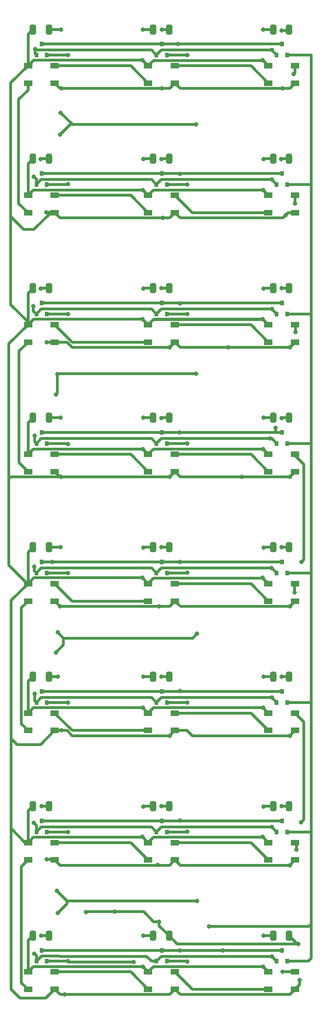
<source format=gbr>
%TF.GenerationSoftware,KiCad,Pcbnew,(6.0.7-1)-1*%
%TF.CreationDate,2022-12-02T15:43:41+01:00*%
%TF.ProjectId,8x3,3878332e-6b69-4636-9164-5f7063625858,rev?*%
%TF.SameCoordinates,Original*%
%TF.FileFunction,Copper,L1,Top*%
%TF.FilePolarity,Positive*%
%FSLAX46Y46*%
G04 Gerber Fmt 4.6, Leading zero omitted, Abs format (unit mm)*
G04 Created by KiCad (PCBNEW (6.0.7-1)-1) date 2022-12-02 15:43:41*
%MOMM*%
%LPD*%
G01*
G04 APERTURE LIST*
G04 Aperture macros list*
%AMRoundRect*
0 Rectangle with rounded corners*
0 $1 Rounding radius*
0 $2 $3 $4 $5 $6 $7 $8 $9 X,Y pos of 4 corners*
0 Add a 4 corners polygon primitive as box body*
4,1,4,$2,$3,$4,$5,$6,$7,$8,$9,$2,$3,0*
0 Add four circle primitives for the rounded corners*
1,1,$1+$1,$2,$3*
1,1,$1+$1,$4,$5*
1,1,$1+$1,$6,$7*
1,1,$1+$1,$8,$9*
0 Add four rect primitives between the rounded corners*
20,1,$1+$1,$2,$3,$4,$5,0*
20,1,$1+$1,$4,$5,$6,$7,0*
20,1,$1+$1,$6,$7,$8,$9,0*
20,1,$1+$1,$8,$9,$2,$3,0*%
G04 Aperture macros list end*
%TA.AperFunction,SMDPad,CuDef*%
%ADD10R,1.500000X1.000000*%
%TD*%
%TA.AperFunction,SMDPad,CuDef*%
%ADD11R,0.800000X0.900000*%
%TD*%
%TA.AperFunction,SMDPad,CuDef*%
%ADD12RoundRect,0.250000X0.325000X0.650000X-0.325000X0.650000X-0.325000X-0.650000X0.325000X-0.650000X0*%
%TD*%
%TA.AperFunction,SMDPad,CuDef*%
%ADD13RoundRect,0.250000X-0.325000X-0.650000X0.325000X-0.650000X0.325000X0.650000X-0.325000X0.650000X0*%
%TD*%
%TA.AperFunction,ViaPad*%
%ADD14C,0.800000*%
%TD*%
%TA.AperFunction,Conductor*%
%ADD15C,0.500000*%
%TD*%
G04 APERTURE END LIST*
D10*
%TO.P,D1,1,VSS*%
%TO.N,GND*%
X25526201Y-44296401D03*
%TO.P,D1,2,DIN*%
%TO.N,Net-(D1-Pad2)*%
X25526201Y-47496401D03*
%TO.P,D1,3,VDD*%
%TO.N,P*%
X30426201Y-47496401D03*
%TO.P,D1,4,DOUT*%
%TO.N,Net-(D1-Pad4)*%
X30426201Y-44296401D03*
%TD*%
%TO.P,D2,1,VSS*%
%TO.N,GND*%
X47526201Y-44296401D03*
%TO.P,D2,2,DIN*%
%TO.N,Net-(D1-Pad4)*%
X47526201Y-47496401D03*
%TO.P,D2,3,VDD*%
%TO.N,P*%
X52426201Y-47496401D03*
%TO.P,D2,4,DOUT*%
%TO.N,Net-(D2-Pad4)*%
X52426201Y-44296401D03*
%TD*%
%TO.P,D3,1,VSS*%
%TO.N,GND*%
X69526201Y-44296401D03*
%TO.P,D3,2,DIN*%
%TO.N,Net-(D2-Pad4)*%
X69526201Y-47496401D03*
%TO.P,D3,3,VDD*%
%TO.N,P*%
X74426201Y-47496401D03*
%TO.P,D3,4,DOUT*%
%TO.N,LedOut*%
X74426201Y-44296401D03*
%TD*%
%TO.P,D4,1,VSS*%
%TO.N,GND*%
X30426201Y-71196401D03*
%TO.P,D4,2,DIN*%
%TO.N,Net-(D4-Pad2)*%
X30426201Y-67996401D03*
%TO.P,D4,3,VDD*%
%TO.N,P*%
X25526201Y-67996401D03*
%TO.P,D4,4,DOUT*%
%TO.N,Net-(D1-Pad2)*%
X25526201Y-71196401D03*
%TD*%
%TO.P,D5,1,VSS*%
%TO.N,GND*%
X52426201Y-71196401D03*
%TO.P,D5,2,DIN*%
%TO.N,Net-(D5-Pad2)*%
X52426201Y-67996401D03*
%TO.P,D5,3,VDD*%
%TO.N,P*%
X47526201Y-67996401D03*
%TO.P,D5,4,DOUT*%
%TO.N,Net-(D4-Pad2)*%
X47526201Y-71196401D03*
%TD*%
%TO.P,D6,1,VSS*%
%TO.N,GND*%
X74426201Y-71196401D03*
%TO.P,D6,2,DIN*%
%TO.N,Net-(D6-Pad2)*%
X74426201Y-67996401D03*
%TO.P,D6,3,VDD*%
%TO.N,P*%
X69526201Y-67996401D03*
%TO.P,D6,4,DOUT*%
%TO.N,Net-(D5-Pad2)*%
X69526201Y-71196401D03*
%TD*%
%TO.P,D7,1,VSS*%
%TO.N,GND*%
X25526201Y-91696401D03*
%TO.P,D7,2,DIN*%
%TO.N,Net-(D10-Pad4)*%
X25526201Y-94896401D03*
%TO.P,D7,3,VDD*%
%TO.N,P*%
X30426201Y-94896401D03*
%TO.P,D7,4,DOUT*%
%TO.N,Net-(D7-Pad4)*%
X30426201Y-91696401D03*
%TD*%
%TO.P,D8,1,VSS*%
%TO.N,GND*%
X47526201Y-91696401D03*
%TO.P,D8,2,DIN*%
%TO.N,Net-(D7-Pad4)*%
X47526201Y-94896401D03*
%TO.P,D8,3,VDD*%
%TO.N,P*%
X52426201Y-94896401D03*
%TO.P,D8,4,DOUT*%
%TO.N,Net-(D8-Pad4)*%
X52426201Y-91696401D03*
%TD*%
%TO.P,D9,1,VSS*%
%TO.N,GND*%
X69526201Y-91696401D03*
%TO.P,D9,2,DIN*%
%TO.N,Net-(D8-Pad4)*%
X69526201Y-94896401D03*
%TO.P,D9,3,VDD*%
%TO.N,P*%
X74426201Y-94896401D03*
%TO.P,D9,4,DOUT*%
%TO.N,Net-(D6-Pad2)*%
X74426201Y-91696401D03*
%TD*%
%TO.P,D10,1,VSS*%
%TO.N,GND*%
X30426201Y-118596401D03*
%TO.P,D10,2,DIN*%
%TO.N,Net-(D10-Pad2)*%
X30426201Y-115396401D03*
%TO.P,D10,3,VDD*%
%TO.N,P*%
X25526201Y-115396401D03*
%TO.P,D10,4,DOUT*%
%TO.N,Net-(D10-Pad4)*%
X25526201Y-118596401D03*
%TD*%
%TO.P,D11,1,VSS*%
%TO.N,GND*%
X52426201Y-118596401D03*
%TO.P,D11,2,DIN*%
%TO.N,Net-(D11-Pad2)*%
X52426201Y-115396401D03*
%TO.P,D11,3,VDD*%
%TO.N,P*%
X47526201Y-115396401D03*
%TO.P,D11,4,DOUT*%
%TO.N,Net-(D10-Pad2)*%
X47526201Y-118596401D03*
%TD*%
%TO.P,D12,1,VSS*%
%TO.N,GND*%
X74426201Y-118596401D03*
%TO.P,D12,2,DIN*%
%TO.N,Net-(D12-Pad2)*%
X74426201Y-115396401D03*
%TO.P,D12,3,VDD*%
%TO.N,P*%
X69526201Y-115396401D03*
%TO.P,D12,4,DOUT*%
%TO.N,Net-(D11-Pad2)*%
X69526201Y-118596401D03*
%TD*%
%TO.P,D13,1,VSS*%
%TO.N,GND*%
X25526201Y-139096401D03*
%TO.P,D13,2,DIN*%
%TO.N,Net-(D13-Pad2)*%
X25526201Y-142296401D03*
%TO.P,D13,3,VDD*%
%TO.N,P*%
X30426201Y-142296401D03*
%TO.P,D13,4,DOUT*%
%TO.N,Net-(D13-Pad4)*%
X30426201Y-139096401D03*
%TD*%
%TO.P,D14,1,VSS*%
%TO.N,GND*%
X47526201Y-139096401D03*
%TO.P,D14,2,DIN*%
%TO.N,Net-(D13-Pad4)*%
X47526201Y-142296401D03*
%TO.P,D14,3,VDD*%
%TO.N,P*%
X52426201Y-142296401D03*
%TO.P,D14,4,DOUT*%
%TO.N,Net-(D14-Pad4)*%
X52426201Y-139096401D03*
%TD*%
%TO.P,D15,1,VSS*%
%TO.N,GND*%
X69526201Y-139096401D03*
%TO.P,D15,2,DIN*%
%TO.N,Net-(D14-Pad4)*%
X69526201Y-142296401D03*
%TO.P,D15,3,VDD*%
%TO.N,P*%
X74426201Y-142296401D03*
%TO.P,D15,4,DOUT*%
%TO.N,Net-(D12-Pad2)*%
X74426201Y-139096401D03*
%TD*%
%TO.P,D16,1,VSS*%
%TO.N,GND*%
X30426201Y-165996401D03*
%TO.P,D16,2,DIN*%
%TO.N,Net-(D16-Pad2)*%
X30426201Y-162796401D03*
%TO.P,D16,3,VDD*%
%TO.N,P*%
X25526201Y-162796401D03*
%TO.P,D16,4,DOUT*%
%TO.N,Net-(D13-Pad2)*%
X25526201Y-165996401D03*
%TD*%
%TO.P,D17,1,VSS*%
%TO.N,GND*%
X52426201Y-165996401D03*
%TO.P,D17,2,DIN*%
%TO.N,Net-(D17-Pad2)*%
X52426201Y-162796401D03*
%TO.P,D17,3,VDD*%
%TO.N,P*%
X47526201Y-162796401D03*
%TO.P,D17,4,DOUT*%
%TO.N,Net-(D16-Pad2)*%
X47526201Y-165996401D03*
%TD*%
%TO.P,D18,1,VSS*%
%TO.N,GND*%
X74426201Y-165996401D03*
%TO.P,D18,2,DIN*%
%TO.N,Net-(D18-Pad2)*%
X74426201Y-162796401D03*
%TO.P,D18,3,VDD*%
%TO.N,P*%
X69526201Y-162796401D03*
%TO.P,D18,4,DOUT*%
%TO.N,Net-(D17-Pad2)*%
X69526201Y-165996401D03*
%TD*%
%TO.P,D19,1,VSS*%
%TO.N,GND*%
X25526201Y-186496401D03*
%TO.P,D19,2,DIN*%
%TO.N,Net-(D19-Pad2)*%
X25526201Y-189696401D03*
%TO.P,D19,3,VDD*%
%TO.N,P*%
X30426201Y-189696401D03*
%TO.P,D19,4,DOUT*%
%TO.N,Net-(D19-Pad4)*%
X30426201Y-186496401D03*
%TD*%
%TO.P,D20,1,VSS*%
%TO.N,GND*%
X47526201Y-186496401D03*
%TO.P,D20,2,DIN*%
%TO.N,Net-(D19-Pad4)*%
X47526201Y-189696401D03*
%TO.P,D20,3,VDD*%
%TO.N,P*%
X52426201Y-189696401D03*
%TO.P,D20,4,DOUT*%
%TO.N,Net-(D20-Pad4)*%
X52426201Y-186496401D03*
%TD*%
%TO.P,D21,1,VSS*%
%TO.N,GND*%
X69526201Y-186496401D03*
%TO.P,D21,2,DIN*%
%TO.N,Net-(D20-Pad4)*%
X69526201Y-189696401D03*
%TO.P,D21,3,VDD*%
%TO.N,P*%
X74426201Y-189696401D03*
%TO.P,D21,4,DOUT*%
%TO.N,Net-(D18-Pad2)*%
X74426201Y-186496401D03*
%TD*%
%TO.P,D22,1,VSS*%
%TO.N,GND*%
X30426201Y-213396401D03*
%TO.P,D22,2,DIN*%
%TO.N,Net-(D22-Pad2)*%
X30426201Y-210196401D03*
%TO.P,D22,3,VDD*%
%TO.N,P*%
X25526201Y-210196401D03*
%TO.P,D22,4,DOUT*%
%TO.N,Net-(D19-Pad2)*%
X25526201Y-213396401D03*
%TD*%
%TO.P,D23,1,VSS*%
%TO.N,GND*%
X52426201Y-213396401D03*
%TO.P,D23,2,DIN*%
%TO.N,Net-(D23-Pad2)*%
X52426201Y-210196401D03*
%TO.P,D23,3,VDD*%
%TO.N,P*%
X47526201Y-210196401D03*
%TO.P,D23,4,DOUT*%
%TO.N,Net-(D22-Pad2)*%
X47526201Y-213396401D03*
%TD*%
%TO.P,D24,1,VSS*%
%TO.N,GND*%
X74426201Y-213396401D03*
%TO.P,D24,2,DIN*%
%TO.N,LedIn*%
X74426201Y-210196401D03*
%TO.P,D24,3,VDD*%
%TO.N,P*%
X69526201Y-210196401D03*
%TO.P,D24,4,DOUT*%
%TO.N,Net-(D23-Pad2)*%
X69526201Y-213396401D03*
%TD*%
D11*
%TO.P,U1,1,VCC*%
%TO.N,PQ1*%
X27050000Y-42350000D03*
%TO.P,U1,2,OUT*%
%TO.N,HallOut1*%
X28950000Y-42350000D03*
%TO.P,U1,3,GND*%
%TO.N,AGND*%
X28000000Y-40350000D03*
%TD*%
%TO.P,U2,1,VCC*%
%TO.N,PQ1*%
X49050000Y-42350000D03*
%TO.P,U2,2,OUT*%
%TO.N,HallOut2*%
X50950000Y-42350000D03*
%TO.P,U2,3,GND*%
%TO.N,AGND*%
X50000000Y-40350000D03*
%TD*%
%TO.P,U3,1,VCC*%
%TO.N,PQ1*%
X71050000Y-42350000D03*
%TO.P,U3,2,OUT*%
%TO.N,HallOut3*%
X72950000Y-42350000D03*
%TO.P,U3,3,GND*%
%TO.N,AGND*%
X72000000Y-40350000D03*
%TD*%
%TO.P,U4,1,VCC*%
%TO.N,PQ2*%
X27050000Y-66050000D03*
%TO.P,U4,2,OUT*%
%TO.N,HallOut1*%
X28950000Y-66050000D03*
%TO.P,U4,3,GND*%
%TO.N,AGND*%
X28000000Y-64050000D03*
%TD*%
%TO.P,U5,1,VCC*%
%TO.N,PQ2*%
X49050000Y-66050000D03*
%TO.P,U5,2,OUT*%
%TO.N,HallOut2*%
X50950000Y-66050000D03*
%TO.P,U5,3,GND*%
%TO.N,AGND*%
X50000000Y-64050000D03*
%TD*%
%TO.P,U6,1,VCC*%
%TO.N,PQ2*%
X71050000Y-66050000D03*
%TO.P,U6,2,OUT*%
%TO.N,HallOut3*%
X72950000Y-66050000D03*
%TO.P,U6,3,GND*%
%TO.N,AGND*%
X72000000Y-64050000D03*
%TD*%
%TO.P,U7,1,VCC*%
%TO.N,PQ3*%
X27050000Y-89750000D03*
%TO.P,U7,2,OUT*%
%TO.N,HallOut1*%
X28950000Y-89750000D03*
%TO.P,U7,3,GND*%
%TO.N,AGND*%
X28000000Y-87750000D03*
%TD*%
%TO.P,U8,1,VCC*%
%TO.N,PQ3*%
X49050000Y-89750000D03*
%TO.P,U8,2,OUT*%
%TO.N,HallOut2*%
X50950000Y-89750000D03*
%TO.P,U8,3,GND*%
%TO.N,AGND*%
X50000000Y-87750000D03*
%TD*%
%TO.P,U9,1,VCC*%
%TO.N,PQ3*%
X71050000Y-89750000D03*
%TO.P,U9,2,OUT*%
%TO.N,HallOut3*%
X72950000Y-89750000D03*
%TO.P,U9,3,GND*%
%TO.N,AGND*%
X72000000Y-87750000D03*
%TD*%
%TO.P,U10,1,VCC*%
%TO.N,PQ4*%
X27050000Y-113450000D03*
%TO.P,U10,2,OUT*%
%TO.N,HallOut1*%
X28950000Y-113450000D03*
%TO.P,U10,3,GND*%
%TO.N,AGND*%
X28000000Y-111450000D03*
%TD*%
%TO.P,U11,1,VCC*%
%TO.N,PQ4*%
X49050000Y-113450000D03*
%TO.P,U11,2,OUT*%
%TO.N,HallOut2*%
X50950000Y-113450000D03*
%TO.P,U11,3,GND*%
%TO.N,AGND*%
X50000000Y-111450000D03*
%TD*%
%TO.P,U12,1,VCC*%
%TO.N,PQ4*%
X71050000Y-113450000D03*
%TO.P,U12,2,OUT*%
%TO.N,HallOut3*%
X72950000Y-113450000D03*
%TO.P,U12,3,GND*%
%TO.N,AGND*%
X72000000Y-111450000D03*
%TD*%
%TO.P,U13,1,VCC*%
%TO.N,PQ5*%
X27050000Y-137150000D03*
%TO.P,U13,2,OUT*%
%TO.N,HallOut1*%
X28950000Y-137150000D03*
%TO.P,U13,3,GND*%
%TO.N,AGND*%
X28000000Y-135150000D03*
%TD*%
%TO.P,U14,1,VCC*%
%TO.N,PQ5*%
X49050000Y-137150000D03*
%TO.P,U14,2,OUT*%
%TO.N,HallOut2*%
X50950000Y-137150000D03*
%TO.P,U14,3,GND*%
%TO.N,AGND*%
X50000000Y-135150000D03*
%TD*%
%TO.P,U15,1,VCC*%
%TO.N,PQ5*%
X71050000Y-137150000D03*
%TO.P,U15,2,OUT*%
%TO.N,HallOut3*%
X72950000Y-137150000D03*
%TO.P,U15,3,GND*%
%TO.N,AGND*%
X72000000Y-135150000D03*
%TD*%
%TO.P,U16,1,VCC*%
%TO.N,PQ6*%
X27050000Y-160850000D03*
%TO.P,U16,2,OUT*%
%TO.N,HallOut1*%
X28950000Y-160850000D03*
%TO.P,U16,3,GND*%
%TO.N,AGND*%
X28000000Y-158850000D03*
%TD*%
%TO.P,U17,1,VCC*%
%TO.N,PQ6*%
X49050000Y-160850000D03*
%TO.P,U17,2,OUT*%
%TO.N,HallOut2*%
X50950000Y-160850000D03*
%TO.P,U17,3,GND*%
%TO.N,AGND*%
X50000000Y-158850000D03*
%TD*%
%TO.P,U18,1,VCC*%
%TO.N,PQ6*%
X71050000Y-160850000D03*
%TO.P,U18,2,OUT*%
%TO.N,HallOut3*%
X72950000Y-160850000D03*
%TO.P,U18,3,GND*%
%TO.N,AGND*%
X72000000Y-158850000D03*
%TD*%
%TO.P,U19,1,VCC*%
%TO.N,PQ7*%
X27050000Y-184550000D03*
%TO.P,U19,2,OUT*%
%TO.N,HallOut1*%
X28950000Y-184550000D03*
%TO.P,U19,3,GND*%
%TO.N,AGND*%
X28000000Y-182550000D03*
%TD*%
%TO.P,U20,1,VCC*%
%TO.N,PQ7*%
X49050000Y-184550000D03*
%TO.P,U20,2,OUT*%
%TO.N,HallOut2*%
X50950000Y-184550000D03*
%TO.P,U20,3,GND*%
%TO.N,AGND*%
X50000000Y-182550000D03*
%TD*%
%TO.P,U21,1,VCC*%
%TO.N,PQ7*%
X71050000Y-184550000D03*
%TO.P,U21,2,OUT*%
%TO.N,HallOut3*%
X72950000Y-184550000D03*
%TO.P,U21,3,GND*%
%TO.N,AGND*%
X72000000Y-182550000D03*
%TD*%
%TO.P,U22,1,VCC*%
%TO.N,PQ8*%
X27050000Y-208250000D03*
%TO.P,U22,2,OUT*%
%TO.N,HallOut1*%
X28950000Y-208250000D03*
%TO.P,U22,3,GND*%
%TO.N,AGND*%
X28000000Y-206250000D03*
%TD*%
%TO.P,U23,1,VCC*%
%TO.N,PQ8*%
X49050000Y-208250000D03*
%TO.P,U23,2,OUT*%
%TO.N,HallOut2*%
X50950000Y-208250000D03*
%TO.P,U23,3,GND*%
%TO.N,AGND*%
X50000000Y-206250000D03*
%TD*%
%TO.P,U24,1,VCC*%
%TO.N,PQ8*%
X71050000Y-208250000D03*
%TO.P,U24,2,OUT*%
%TO.N,HallOut3*%
X72950000Y-208250000D03*
%TO.P,U24,3,GND*%
%TO.N,AGND*%
X72000000Y-206250000D03*
%TD*%
D12*
%TO.P,C1,1*%
%TO.N,P*%
X29351800Y-37650000D03*
%TO.P,C1,2*%
%TO.N,GND*%
X26401800Y-37650000D03*
%TD*%
%TO.P,C14,1*%
%TO.N,P*%
X51351800Y-132450000D03*
%TO.P,C14,2*%
%TO.N,GND*%
X48401800Y-132450000D03*
%TD*%
%TO.P,C8,1*%
%TO.N,P*%
X51351800Y-85050000D03*
%TO.P,C8,2*%
%TO.N,GND*%
X48401800Y-85050000D03*
%TD*%
%TO.P,C9,1*%
%TO.N,P*%
X73351800Y-85050000D03*
%TO.P,C9,2*%
%TO.N,GND*%
X70401800Y-85050000D03*
%TD*%
%TO.P,C19,1*%
%TO.N,P*%
X29351800Y-179850000D03*
%TO.P,C19,2*%
%TO.N,GND*%
X26401800Y-179850000D03*
%TD*%
%TO.P,C7,1*%
%TO.N,P*%
X29351800Y-85050000D03*
%TO.P,C7,2*%
%TO.N,GND*%
X26401800Y-85050000D03*
%TD*%
D13*
%TO.P,C4,1*%
%TO.N,P*%
X26401800Y-61350000D03*
%TO.P,C4,2*%
%TO.N,GND*%
X29351800Y-61350000D03*
%TD*%
%TO.P,C23,1*%
%TO.N,P*%
X48401800Y-203550000D03*
%TO.P,C23,2*%
%TO.N,GND*%
X51351800Y-203550000D03*
%TD*%
D12*
%TO.P,C13,1*%
%TO.N,P*%
X29351800Y-132450000D03*
%TO.P,C13,2*%
%TO.N,GND*%
X26401800Y-132450000D03*
%TD*%
D13*
%TO.P,C22,1*%
%TO.N,P*%
X26401800Y-203550000D03*
%TO.P,C22,2*%
%TO.N,GND*%
X29351800Y-203550000D03*
%TD*%
%TO.P,C12,1*%
%TO.N,P*%
X70401800Y-108750000D03*
%TO.P,C12,2*%
%TO.N,GND*%
X73351800Y-108750000D03*
%TD*%
%TO.P,C11,1*%
%TO.N,P*%
X48401800Y-108750000D03*
%TO.P,C11,2*%
%TO.N,GND*%
X51351800Y-108750000D03*
%TD*%
%TO.P,C17,1*%
%TO.N,P*%
X48401800Y-156150000D03*
%TO.P,C17,2*%
%TO.N,GND*%
X51351800Y-156150000D03*
%TD*%
D12*
%TO.P,C15,1*%
%TO.N,P*%
X73351800Y-132450000D03*
%TO.P,C15,2*%
%TO.N,GND*%
X70401800Y-132450000D03*
%TD*%
D13*
%TO.P,C10,1*%
%TO.N,P*%
X26401800Y-108750000D03*
%TO.P,C10,2*%
%TO.N,GND*%
X29351800Y-108750000D03*
%TD*%
%TO.P,C5,1*%
%TO.N,P*%
X48401800Y-61350000D03*
%TO.P,C5,2*%
%TO.N,GND*%
X51351800Y-61350000D03*
%TD*%
%TO.P,C24,1*%
%TO.N,P*%
X70401800Y-203550000D03*
%TO.P,C24,2*%
%TO.N,GND*%
X73351800Y-203550000D03*
%TD*%
D12*
%TO.P,C3,1*%
%TO.N,P*%
X73351800Y-37650000D03*
%TO.P,C3,2*%
%TO.N,GND*%
X70401800Y-37650000D03*
%TD*%
D13*
%TO.P,C6,1*%
%TO.N,P*%
X70401800Y-61350000D03*
%TO.P,C6,2*%
%TO.N,GND*%
X73351800Y-61350000D03*
%TD*%
D12*
%TO.P,C2,1*%
%TO.N,P*%
X51351800Y-37650000D03*
%TO.P,C2,2*%
%TO.N,GND*%
X48401800Y-37650000D03*
%TD*%
D13*
%TO.P,C18,1*%
%TO.N,P*%
X70401800Y-156150000D03*
%TO.P,C18,2*%
%TO.N,GND*%
X73351800Y-156150000D03*
%TD*%
D12*
%TO.P,C21,1*%
%TO.N,P*%
X73351800Y-179850000D03*
%TO.P,C21,2*%
%TO.N,GND*%
X70401800Y-179850000D03*
%TD*%
D13*
%TO.P,C16,1*%
%TO.N,P*%
X26401800Y-156150000D03*
%TO.P,C16,2*%
%TO.N,GND*%
X29351800Y-156150000D03*
%TD*%
D12*
%TO.P,C20,1*%
%TO.N,P*%
X51351800Y-179850000D03*
%TO.P,C20,2*%
%TO.N,GND*%
X48401800Y-179850000D03*
%TD*%
D14*
%TO.N,P*%
X68576200Y-114446400D03*
X28950000Y-94890000D03*
X71920000Y-132450000D03*
X50030000Y-48420000D03*
X49920000Y-85050000D03*
X62243598Y-95846402D03*
X31376201Y-143246401D03*
X72126402Y-48446402D03*
X73476200Y-95846402D03*
X68650000Y-61360000D03*
X31560000Y-37700000D03*
X46576200Y-114446400D03*
X31663598Y-48446402D03*
X46576200Y-161846400D03*
X68650000Y-203560000D03*
X46650000Y-203560000D03*
X49920000Y-179850000D03*
X49920000Y-132450000D03*
X71920000Y-85050000D03*
X31520000Y-132410000D03*
X68576200Y-209246400D03*
X50030000Y-37700000D03*
X27860000Y-85090000D03*
X49266250Y-190636250D03*
X73476200Y-190646402D03*
X46650000Y-108760000D03*
X46576200Y-67046400D03*
X28000000Y-179850000D03*
X46650000Y-156160000D03*
X73476200Y-143246402D03*
X46576200Y-209246400D03*
X68650000Y-156160000D03*
X28920000Y-189610000D03*
X71920000Y-179850000D03*
X46650000Y-61360000D03*
X51476200Y-95846402D03*
X68576200Y-161846400D03*
X68650000Y-108760000D03*
X68576200Y-67046400D03*
X71970000Y-37870000D03*
X49535000Y-143245000D03*
%TO.N,LedIn*%
X72160000Y-210180000D03*
%TO.N,P3.3*%
X31010000Y-199420000D03*
X56470000Y-197240000D03*
X31410000Y-56920000D03*
X30610000Y-151730000D03*
X56330000Y-55080000D03*
X56460000Y-148270000D03*
X30850000Y-100800000D03*
X30800000Y-195360000D03*
X31490000Y-52910000D03*
X56330000Y-100650000D03*
X30960000Y-148020000D03*
X30630000Y-104450000D03*
%TO.N,GND*%
X28870000Y-71130000D03*
X73476200Y-119546402D03*
X75010000Y-205040000D03*
X50213598Y-72146402D03*
X46540000Y-37700000D03*
X64696402Y-119546402D03*
X68640000Y-132510000D03*
X71900000Y-61420000D03*
X49540000Y-200990000D03*
X68479801Y-138050001D03*
X46479801Y-90650001D03*
X49930000Y-156170000D03*
X49930000Y-108770000D03*
X72731301Y-71641301D03*
X68479801Y-43250001D03*
X73476200Y-166946402D03*
X51476200Y-166946402D03*
X31500000Y-108720000D03*
X71930000Y-156170000D03*
X41420000Y-199170000D03*
X68479801Y-90650001D03*
X30970000Y-156130000D03*
X68640000Y-85110000D03*
X68540000Y-37700000D03*
X75270000Y-211660000D03*
X46479801Y-43250001D03*
X46640000Y-85110000D03*
X46640000Y-179910000D03*
X68479801Y-185450001D03*
X27860000Y-61390000D03*
X46479801Y-138050001D03*
X68640000Y-179910000D03*
X31613599Y-165996401D03*
X27890000Y-203540000D03*
X36110000Y-199250000D03*
X49920000Y-61370000D03*
X46640000Y-132510000D03*
X31593598Y-119546402D03*
X32256402Y-214346402D03*
X71930000Y-108770000D03*
X46479801Y-185450001D03*
X51476200Y-119546402D03*
%TO.N,Net-(D12-Pad2)*%
X74360000Y-140730000D03*
X75600000Y-135170000D03*
%TO.N,Net-(D6-Pad2)*%
X74440000Y-69500000D03*
X74470000Y-93040000D03*
%TO.N,Net-(D18-Pad2)*%
X75480000Y-182830000D03*
X74650000Y-187800000D03*
%TO.N,LedOut*%
X74170000Y-45790000D03*
%TO.N,PQ1*%
X70149999Y-41449999D03*
X26820000Y-41210000D03*
%TO.N,PQ2*%
X26590000Y-64590000D03*
X70149999Y-65149999D03*
%TO.N,PQ3*%
X70149999Y-88849999D03*
X26520000Y-88360000D03*
%TO.N,PQ4*%
X26710000Y-111990000D03*
X69870500Y-112549999D03*
%TO.N,PQ5*%
X26650000Y-135960000D03*
X70090001Y-136249999D03*
%TO.N,PQ6*%
X26740000Y-159310000D03*
X70149999Y-159949999D03*
%TO.N,PQ7*%
X70149999Y-183649999D03*
X26540000Y-182910000D03*
%TO.N,PQ8*%
X70149999Y-207349999D03*
X26670000Y-206820000D03*
%TO.N,HallOut1*%
X32842000Y-65997400D03*
X32842000Y-89771800D03*
X32842000Y-137142800D03*
X32842000Y-160891800D03*
X32842000Y-113546200D03*
X32842000Y-184615400D03*
X32842000Y-208186600D03*
X44870000Y-208370000D03*
X32842000Y-42350000D03*
%TO.N,HallOut2*%
X54686000Y-113470000D03*
X54686000Y-160866400D03*
X54686000Y-208262800D03*
X54686000Y-89771800D03*
X54686000Y-66048200D03*
X54686000Y-184539200D03*
X54686000Y-137117400D03*
X54686000Y-42350000D03*
%TO.N,HallOut3*%
X58650000Y-201870000D03*
%TO.N,AGND*%
X53260000Y-111450000D03*
X70850000Y-110580000D03*
X53000000Y-40350000D03*
X53310000Y-135160000D03*
X53310000Y-64070000D03*
X53310000Y-158760000D03*
X29990000Y-135150000D03*
X53310000Y-87780000D03*
X53350000Y-206250000D03*
X53310000Y-182460000D03*
X61180000Y-206250000D03*
%TD*%
D15*
%TO.N,P*%
X26476202Y-161846400D02*
X46576200Y-161846400D01*
X31376202Y-190646402D02*
X51476200Y-190646402D01*
X53376201Y-143246401D02*
X73476201Y-143246401D01*
X25526201Y-204425599D02*
X25526201Y-210196401D01*
X31376201Y-143246401D02*
X51476201Y-143246401D01*
X71970000Y-37870000D02*
X73131800Y-37870000D01*
X25526201Y-157025599D02*
X25526201Y-162796401D01*
X53376202Y-95846402D02*
X62243598Y-95846402D01*
X27900000Y-85050000D02*
X27860000Y-85090000D01*
X26476202Y-161846400D02*
X25526201Y-162796401D01*
X69526201Y-210196401D02*
X68576200Y-209246400D01*
X47526201Y-210196401D02*
X46576200Y-209246400D01*
X29351800Y-85050000D02*
X27900000Y-85050000D01*
X68576200Y-67046400D02*
X69526201Y-67996401D01*
X48476202Y-209246400D02*
X47526201Y-210196401D01*
X30426201Y-142296401D02*
X31376201Y-143246401D01*
X26401800Y-61350000D02*
X25526201Y-62225599D01*
X73476200Y-48446402D02*
X74426201Y-47496401D01*
X52426201Y-142296401D02*
X53126201Y-142996401D01*
X32636239Y-94896401D02*
X33586240Y-95846402D01*
X70401800Y-203550000D02*
X68660000Y-203550000D01*
X47526201Y-162796401D02*
X46576200Y-161846400D01*
X73476201Y-143246401D02*
X74426201Y-142296401D01*
X48401800Y-203550000D02*
X46660000Y-203550000D01*
X51351800Y-37650000D02*
X50080000Y-37650000D01*
X26476202Y-209246400D02*
X25526201Y-210196401D01*
X46576200Y-67046400D02*
X26476202Y-67046400D01*
X70401800Y-108750000D02*
X68660000Y-108750000D01*
X47526201Y-67996401D02*
X46576200Y-67046400D01*
X48401800Y-108750000D02*
X46660000Y-108750000D01*
X50080000Y-37650000D02*
X50030000Y-37700000D01*
X73351800Y-179850000D02*
X71920000Y-179850000D01*
X69526201Y-162796401D02*
X68576200Y-161846400D01*
X26476202Y-67046400D02*
X25526201Y-67996401D01*
X68576200Y-114446400D02*
X48476202Y-114446400D01*
X31510000Y-37650000D02*
X31560000Y-37700000D01*
X51476200Y-95846402D02*
X52426201Y-94896401D01*
X51351800Y-85050000D02*
X49920000Y-85050000D01*
X29351800Y-132450000D02*
X31480000Y-132450000D01*
X31480000Y-132450000D02*
X31520000Y-132410000D01*
X73351800Y-85050000D02*
X71920000Y-85050000D01*
X28920000Y-189610000D02*
X30339800Y-189610000D01*
X48401800Y-61350000D02*
X46660000Y-61350000D01*
X73476200Y-190646402D02*
X74426201Y-189696401D01*
X51476200Y-190646402D02*
X52426201Y-189696401D01*
X46660000Y-61350000D02*
X46650000Y-61360000D01*
X48401800Y-156150000D02*
X46660000Y-156150000D01*
X29351800Y-37650000D02*
X31510000Y-37650000D01*
X52426201Y-94896401D02*
X53376202Y-95846402D01*
X26401800Y-108750000D02*
X25526201Y-109625599D01*
X28950000Y-94890000D02*
X30419800Y-94890000D01*
X68576200Y-209246400D02*
X48476202Y-209246400D01*
X30426201Y-94896401D02*
X32636239Y-94896401D01*
X26401800Y-156150000D02*
X25526201Y-157025599D01*
X31376202Y-48446402D02*
X31663598Y-48446402D01*
X73351800Y-132450000D02*
X71920000Y-132450000D01*
X69526201Y-115396401D02*
X68576200Y-114446400D01*
X52426201Y-47496401D02*
X53376202Y-48446402D01*
X30426201Y-189696401D02*
X31376202Y-190646402D01*
X48476202Y-67046400D02*
X47526201Y-67996401D01*
X70401800Y-61350000D02*
X68660000Y-61350000D01*
X26401800Y-203550000D02*
X25526201Y-204425599D01*
X51476201Y-143246401D02*
X52426201Y-142296401D01*
X62243598Y-95846402D02*
X73476200Y-95846402D01*
X48476202Y-114446400D02*
X47526201Y-115396401D01*
X46660000Y-108750000D02*
X46650000Y-108760000D01*
X73476200Y-95846402D02*
X74426201Y-94896401D01*
X30426201Y-47496401D02*
X31376202Y-48446402D01*
X51351800Y-132450000D02*
X49920000Y-132450000D01*
X48476202Y-67046400D02*
X68576200Y-67046400D01*
X48476202Y-161846400D02*
X47526201Y-162796401D01*
X33586240Y-95846402D02*
X51476200Y-95846402D01*
X70401800Y-156150000D02*
X68660000Y-156150000D01*
X53376202Y-190646402D02*
X73476200Y-190646402D01*
X52426201Y-189696401D02*
X53376202Y-190646402D01*
X68576200Y-161846400D02*
X48476202Y-161846400D01*
X53376202Y-48446402D02*
X73476200Y-48446402D01*
X47526201Y-115396401D02*
X46576200Y-114446400D01*
X26476202Y-114446400D02*
X25526201Y-115396401D01*
X51351800Y-179850000D02*
X49920000Y-179850000D01*
X46576200Y-114446400D02*
X26476202Y-114446400D01*
X31663598Y-48446402D02*
X51476200Y-48446402D01*
X51476200Y-48446402D02*
X52426201Y-47496401D01*
X25526201Y-62225599D02*
X25526201Y-67996401D01*
X26476202Y-209246400D02*
X46576200Y-209246400D01*
X29351800Y-179850000D02*
X28000000Y-179850000D01*
X25526201Y-109625599D02*
X25526201Y-115396401D01*
%TO.N,LedIn*%
X72176401Y-210196401D02*
X72160000Y-210180000D01*
X74426201Y-210196401D02*
X72176401Y-210196401D01*
%TO.N,Net-(D1-Pad4)*%
X44326201Y-44296401D02*
X47526201Y-47496401D01*
X30426201Y-44296401D02*
X44326201Y-44296401D01*
%TO.N,Net-(D2-Pad4)*%
X66326201Y-44296401D02*
X69526201Y-47496401D01*
X52426201Y-44296401D02*
X66326201Y-44296401D01*
%TO.N,P3.3*%
X33250000Y-55080000D02*
X31410000Y-56920000D01*
X31000000Y-100650000D02*
X30850000Y-100800000D01*
X33860000Y-55080000D02*
X33250000Y-55080000D01*
X30610000Y-151730000D02*
X32010000Y-150330000D01*
X32010000Y-150330000D02*
X32010000Y-149070000D01*
X32680000Y-197750000D02*
X32680000Y-197240000D01*
X56460000Y-148270000D02*
X55660000Y-149070000D01*
X56330000Y-100650000D02*
X31000000Y-100650000D01*
X31010000Y-199420000D02*
X32680000Y-197750000D01*
X33660000Y-55080000D02*
X33860000Y-55080000D01*
X32010000Y-149070000D02*
X30960000Y-148020000D01*
X56470000Y-197240000D02*
X32680000Y-197240000D01*
X30850000Y-100800000D02*
X30850000Y-104230000D01*
X32680000Y-197240000D02*
X30800000Y-195360000D01*
X30850000Y-104230000D02*
X30630000Y-104450000D01*
X56330000Y-55080000D02*
X33860000Y-55080000D01*
X55660000Y-149070000D02*
X32010000Y-149070000D01*
X31490000Y-52910000D02*
X33660000Y-55080000D01*
%TO.N,Net-(D1-Pad2)*%
X23820000Y-50460000D02*
X25526201Y-48753799D01*
X25526201Y-71196401D02*
X23820000Y-69490200D01*
X23820000Y-69490200D02*
X23820000Y-50460000D01*
X25526201Y-48753799D02*
X25526201Y-47496401D01*
%TO.N,Net-(D4-Pad2)*%
X44326201Y-67996401D02*
X47526201Y-71196401D01*
X30426201Y-67996401D02*
X44326201Y-67996401D01*
%TO.N,Net-(D5-Pad2)*%
X69526201Y-71196401D02*
X55626201Y-71196401D01*
X55626201Y-71196401D02*
X52426201Y-67996401D01*
%TO.N,Net-(D7-Pad4)*%
X47526201Y-94896401D02*
X33626201Y-94896401D01*
X33626201Y-94896401D02*
X30426201Y-91696401D01*
%TO.N,GND*%
X48572601Y-90650001D02*
X68479801Y-90650001D01*
X33586240Y-166946402D02*
X51476200Y-166946402D01*
X26476202Y-185546400D02*
X46576200Y-185546400D01*
X70401800Y-132450000D02*
X68700000Y-132450000D01*
X25526201Y-85925599D02*
X25526201Y-91696401D01*
X29351800Y-203550000D02*
X27900000Y-203550000D01*
X22450000Y-167500000D02*
X23530000Y-168580000D01*
X22393598Y-119546402D02*
X22040000Y-119900000D01*
X68498801Y-138069001D02*
X69526201Y-139096401D01*
X24070000Y-215010000D02*
X28812602Y-215010000D01*
X51476200Y-119546402D02*
X31593598Y-119546402D01*
X27842602Y-168580000D02*
X30426201Y-165996401D01*
X25526201Y-38525599D02*
X25526201Y-44296401D01*
X68576200Y-185546400D02*
X69526201Y-186496401D01*
X72731301Y-71641301D02*
X72226200Y-72146402D01*
X47526201Y-186496401D02*
X48476202Y-185546400D01*
X70401800Y-179850000D02*
X68700000Y-179850000D01*
X25526201Y-44296401D02*
X22360000Y-47462602D01*
X53376202Y-72146402D02*
X72226200Y-72146402D01*
X22360000Y-70820000D02*
X22360000Y-71920000D01*
X25006401Y-186496401D02*
X25526201Y-186496401D01*
X30950000Y-156150000D02*
X30970000Y-156130000D01*
X30426201Y-71196401D02*
X31376202Y-72146402D01*
X22450000Y-142172602D02*
X22450000Y-167050000D01*
X25526201Y-139096401D02*
X26572601Y-138050001D01*
X22360000Y-47462602D02*
X22360000Y-70820000D01*
X26572601Y-90650001D02*
X46479801Y-90650001D01*
X36110000Y-199250000D02*
X36190000Y-199170000D01*
X48476202Y-138146400D02*
X68576200Y-138146400D01*
X28870000Y-71130000D02*
X30359800Y-71130000D01*
X53376202Y-119546402D02*
X52426201Y-118596401D01*
X73476200Y-214346402D02*
X67533598Y-214346402D01*
X46479801Y-90650001D02*
X47526201Y-91696401D01*
X73351800Y-156150000D02*
X71950000Y-156150000D01*
X74426201Y-71196401D02*
X73176201Y-71196401D01*
X73476200Y-119546402D02*
X64696402Y-119546402D01*
X47526201Y-44296401D02*
X48476202Y-43346400D01*
X49540000Y-200990000D02*
X48530000Y-200990000D01*
X27900000Y-61350000D02*
X27860000Y-61390000D01*
X22450000Y-213390000D02*
X24070000Y-215010000D01*
X26401800Y-37650000D02*
X25526201Y-38525599D01*
X48401800Y-179850000D02*
X46700000Y-179850000D01*
X32256402Y-214346402D02*
X31376202Y-214346402D01*
X26590000Y-74280000D02*
X29673599Y-71196401D01*
X67533598Y-214346402D02*
X53376202Y-214346402D01*
X22040000Y-119900000D02*
X22040000Y-95182602D01*
X51351800Y-61350000D02*
X49940000Y-61350000D01*
X52426201Y-165996401D02*
X54636239Y-165996401D01*
X51476200Y-166946402D02*
X52426201Y-165996401D01*
X31376202Y-119546402D02*
X31279900Y-119450100D01*
X46576200Y-185546400D02*
X47526201Y-186496401D01*
X36190000Y-199170000D02*
X41420000Y-199170000D01*
X51351800Y-156150000D02*
X49950000Y-156150000D01*
X51351800Y-108750000D02*
X49950000Y-108750000D01*
X55586240Y-166946402D02*
X73476200Y-166946402D01*
X46710000Y-199170000D02*
X41420000Y-199170000D01*
X68576200Y-43346400D02*
X69526201Y-44296401D01*
X29351800Y-156150000D02*
X30950000Y-156150000D01*
X31593598Y-119546402D02*
X31376202Y-119546402D01*
X25526201Y-180725599D02*
X25526201Y-186496401D01*
X25526201Y-91696401D02*
X25526201Y-91196201D01*
X47526201Y-139096401D02*
X48476202Y-138146400D01*
X74426201Y-213396401D02*
X73476200Y-214346402D01*
X26401800Y-85050000D02*
X25526201Y-85925599D01*
X22040000Y-95182602D02*
X25526201Y-91696401D01*
X29673599Y-71196401D02*
X30426201Y-71196401D01*
X26572601Y-43250001D02*
X46479801Y-43250001D01*
X68576200Y-90746400D02*
X69526201Y-91696401D01*
X46479801Y-43250001D02*
X47526201Y-44296401D01*
X49940000Y-61350000D02*
X49920000Y-61370000D01*
X64696402Y-119546402D02*
X53376202Y-119546402D01*
X26572601Y-138050001D02*
X46479801Y-138050001D01*
X30426201Y-165996401D02*
X31613599Y-165996401D01*
X52841800Y-205040000D02*
X75010000Y-205040000D01*
X54636239Y-165996401D02*
X55586240Y-166946402D01*
X47526201Y-91696401D02*
X48572601Y-90650001D01*
X22450000Y-183940000D02*
X25006401Y-186496401D01*
X25526201Y-91696401D02*
X26572601Y-90650001D01*
X26401800Y-179850000D02*
X25526201Y-180725599D01*
X73176201Y-71196401D02*
X72731301Y-71641301D01*
X25526201Y-44296401D02*
X26572601Y-43250001D01*
X49950000Y-108750000D02*
X49930000Y-108770000D01*
X75270000Y-211660000D02*
X75270000Y-212552602D01*
X52426201Y-118596401D02*
X51476200Y-119546402D01*
X46700000Y-85050000D02*
X46640000Y-85110000D01*
X73476200Y-166946402D02*
X74426201Y-165996401D01*
X22040000Y-135760000D02*
X22040000Y-119900000D01*
X22360000Y-88030000D02*
X22360000Y-70820000D01*
X53376202Y-214346402D02*
X52426201Y-213396401D01*
X73351800Y-61350000D02*
X71970000Y-61350000D01*
X48476202Y-43346400D02*
X68576200Y-43346400D01*
X48476202Y-90746400D02*
X68576200Y-90746400D01*
X29351800Y-108750000D02*
X31470000Y-108750000D01*
X75010000Y-205040000D02*
X74841800Y-205040000D01*
X52426201Y-71196401D02*
X53376202Y-72146402D01*
X25526201Y-133325599D02*
X25526201Y-139096401D01*
X32636239Y-165996401D02*
X33586240Y-166946402D01*
X46479801Y-138050001D02*
X47526201Y-139096401D01*
X31376202Y-214346402D02*
X30426201Y-213396401D01*
X52426201Y-213396401D02*
X51476200Y-214346402D01*
X70401800Y-85050000D02*
X68700000Y-85050000D01*
X31613599Y-165996401D02*
X32636239Y-165996401D01*
X25526201Y-186496401D02*
X26476202Y-185546400D01*
X74841800Y-205040000D02*
X73351800Y-203550000D01*
X48553601Y-138069001D02*
X68498801Y-138069001D01*
X22360000Y-71920000D02*
X24720000Y-74280000D01*
X51351800Y-203550000D02*
X52841800Y-205040000D01*
X25526201Y-139096401D02*
X22450000Y-142172602D01*
X22450000Y-167050000D02*
X22450000Y-183940000D01*
X73351800Y-108750000D02*
X71950000Y-108750000D01*
X51476200Y-214346402D02*
X32256402Y-214346402D01*
X49540000Y-201738200D02*
X51351800Y-203550000D01*
X31376202Y-72146402D02*
X51476200Y-72146402D01*
X31279900Y-119450100D02*
X30426201Y-118596401D01*
X22040000Y-135760000D02*
X25376401Y-139096401D01*
X70401800Y-37650000D02*
X68590000Y-37650000D01*
X24720000Y-74280000D02*
X26590000Y-74280000D01*
X49540000Y-200990000D02*
X49540000Y-201738200D01*
X28812602Y-215010000D02*
X30426201Y-213396401D01*
X23530000Y-168580000D02*
X27842602Y-168580000D01*
X26401800Y-132450000D02*
X25526201Y-133325599D01*
X29351800Y-61350000D02*
X27900000Y-61350000D01*
X73476200Y-214346402D02*
X53376202Y-214346402D01*
X48476202Y-185546400D02*
X68576200Y-185546400D01*
X48530000Y-200990000D02*
X46710000Y-199170000D01*
X51476200Y-72146402D02*
X52426201Y-71196401D01*
X31593598Y-119546402D02*
X22393598Y-119546402D01*
X46590000Y-37650000D02*
X46540000Y-37700000D01*
X27900000Y-203550000D02*
X27890000Y-203540000D01*
X75270000Y-212552602D02*
X74426201Y-213396401D01*
X48401800Y-132450000D02*
X46700000Y-132450000D01*
X22450000Y-183940000D02*
X22450000Y-213390000D01*
X48401800Y-85050000D02*
X46700000Y-85050000D01*
X25526201Y-91196201D02*
X22360000Y-88030000D01*
X31470000Y-108750000D02*
X31500000Y-108720000D01*
X48401800Y-37650000D02*
X46590000Y-37650000D01*
X22450000Y-167050000D02*
X22450000Y-167500000D01*
X74426201Y-118596401D02*
X73476200Y-119546402D01*
%TO.N,Net-(D10-Pad2)*%
X30426201Y-115396401D02*
X44326201Y-115396401D01*
X44326201Y-115396401D02*
X47526201Y-118596401D01*
%TO.N,Net-(D10-Pad4)*%
X25526201Y-118596401D02*
X23890000Y-116960200D01*
X23890000Y-116960200D02*
X23890000Y-96532602D01*
X23890000Y-96532602D02*
X25526201Y-94896401D01*
%TO.N,Net-(D11-Pad2)*%
X52426201Y-115396401D02*
X66326201Y-115396401D01*
X66326201Y-115396401D02*
X69526201Y-118596401D01*
%TO.N,Net-(D12-Pad2)*%
X76030000Y-117260000D02*
X76030000Y-134740000D01*
X74426201Y-115656201D02*
X76030000Y-117260000D01*
X74426201Y-115396401D02*
X74426201Y-115656201D01*
X76030000Y-134740000D02*
X75600000Y-135170000D01*
X74360000Y-140730000D02*
X74360000Y-139162602D01*
%TO.N,Net-(D13-Pad2)*%
X24326201Y-164796401D02*
X24326201Y-143496401D01*
X25526201Y-165996401D02*
X24326201Y-164796401D01*
X24326201Y-143496401D02*
X25526201Y-142296401D01*
%TO.N,Net-(D6-Pad2)*%
X74470000Y-93040000D02*
X74470000Y-91740200D01*
X74426201Y-69486201D02*
X74440000Y-69500000D01*
X74426201Y-67996401D02*
X74426201Y-69486201D01*
%TO.N,Net-(D8-Pad4)*%
X66326201Y-91696401D02*
X69526201Y-94896401D01*
X52426201Y-91696401D02*
X66326201Y-91696401D01*
%TO.N,Net-(D16-Pad2)*%
X33626201Y-165996401D02*
X30426201Y-162796401D01*
X47526201Y-165996401D02*
X33626201Y-165996401D01*
%TO.N,Net-(D17-Pad2)*%
X66326201Y-162796401D02*
X69526201Y-165996401D01*
X52426201Y-162796401D02*
X66326201Y-162796401D01*
%TO.N,Net-(D19-Pad4)*%
X30426201Y-186496401D02*
X44326201Y-186496401D01*
X44326201Y-186496401D02*
X47526201Y-189696401D01*
%TO.N,Net-(D20-Pad4)*%
X66326201Y-186496401D02*
X69526201Y-189696401D01*
X52426201Y-186496401D02*
X66326201Y-186496401D01*
%TO.N,Net-(D13-Pad4)*%
X47526201Y-142296401D02*
X33626201Y-142296401D01*
X33626201Y-142296401D02*
X30426201Y-139096401D01*
%TO.N,Net-(D14-Pad4)*%
X66326201Y-139096401D02*
X69526201Y-142296401D01*
X52426201Y-139096401D02*
X66326201Y-139096401D01*
%TO.N,Net-(D18-Pad2)*%
X74426201Y-162796401D02*
X76040000Y-164410200D01*
X76040000Y-164410200D02*
X76040000Y-182270000D01*
X74650000Y-187800000D02*
X74650000Y-186720200D01*
X76040000Y-182270000D02*
X75480000Y-182830000D01*
%TO.N,Net-(D19-Pad2)*%
X24326201Y-212196401D02*
X24326201Y-190896401D01*
X24326201Y-190896401D02*
X25526201Y-189696401D01*
X25526201Y-213396401D02*
X24326201Y-212196401D01*
%TO.N,Net-(D22-Pad2)*%
X30426201Y-210196401D02*
X44326201Y-210196401D01*
X44326201Y-210196401D02*
X47526201Y-213396401D01*
%TO.N,Net-(D23-Pad2)*%
X55626201Y-213396401D02*
X52426201Y-210196401D01*
X69526201Y-213396401D02*
X55626201Y-213396401D01*
%TO.N,LedOut*%
X74426201Y-45013799D02*
X74426201Y-45533799D01*
X74426201Y-45533799D02*
X74170000Y-45790000D01*
X74426201Y-44296401D02*
X74426201Y-45013799D01*
%TO.N,PQ1*%
X26820000Y-41210000D02*
X26820000Y-42120000D01*
X49050000Y-42350000D02*
X49950001Y-41449999D01*
X49050000Y-42350000D02*
X48149999Y-41449999D01*
X49950001Y-41449999D02*
X70149999Y-41449999D01*
X48149999Y-41449999D02*
X27059999Y-41449999D01*
X26820000Y-42120000D02*
X27050000Y-42350000D01*
X70149999Y-41449999D02*
X71050000Y-42350000D01*
X27059999Y-41449999D02*
X26820000Y-41210000D01*
X49950001Y-41449999D02*
X60050001Y-41449999D01*
X60050001Y-41449999D02*
X70149999Y-41449999D01*
%TO.N,PQ2*%
X27050000Y-66050000D02*
X27952601Y-65147399D01*
X64589999Y-65149999D02*
X70149999Y-65149999D01*
X49050000Y-66050000D02*
X49950001Y-65149999D01*
X48147399Y-65147399D02*
X49050000Y-66050000D01*
X27050000Y-65050000D02*
X26590000Y-64590000D01*
X27952601Y-65147399D02*
X48147399Y-65147399D01*
X70149999Y-65149999D02*
X71050000Y-66050000D01*
X49950001Y-65149999D02*
X70149999Y-65149999D01*
X27050000Y-66050000D02*
X27050000Y-65050000D01*
X49950001Y-65149999D02*
X64589999Y-65149999D01*
%TO.N,PQ3*%
X27950001Y-88849999D02*
X48149999Y-88849999D01*
X26520000Y-88360000D02*
X26520000Y-89220000D01*
X70149999Y-88849999D02*
X49950001Y-88849999D01*
X26520000Y-89220000D02*
X27050000Y-89750000D01*
X64289999Y-88849999D02*
X49950001Y-88849999D01*
X27950001Y-88849999D02*
X27050000Y-89750000D01*
X71050000Y-89750000D02*
X70149999Y-88849999D01*
X70149999Y-88849999D02*
X64289999Y-88849999D01*
X49950001Y-88849999D02*
X49050000Y-89750000D01*
X49050000Y-89750000D02*
X48149999Y-88849999D01*
%TO.N,PQ4*%
X27950001Y-112549999D02*
X48149999Y-112549999D01*
X70149999Y-112549999D02*
X69870500Y-112549999D01*
X71050000Y-113450000D02*
X70149999Y-112549999D01*
X26710000Y-113110000D02*
X27050000Y-113450000D01*
X49050000Y-113450000D02*
X49950001Y-112549999D01*
X49050000Y-113450000D02*
X48149999Y-112549999D01*
X49950001Y-112549999D02*
X69870500Y-112549999D01*
X26710000Y-111990000D02*
X26710000Y-113110000D01*
X27950001Y-112549999D02*
X27050000Y-113450000D01*
%TO.N,PQ5*%
X70090001Y-136249999D02*
X49950001Y-136249999D01*
X27950001Y-136249999D02*
X27050000Y-137150000D01*
X49050000Y-137150000D02*
X48149999Y-136249999D01*
X49950001Y-136249999D02*
X49050000Y-137150000D01*
X65390001Y-136249999D02*
X49950001Y-136249999D01*
X71050000Y-137150000D02*
X70149999Y-136249999D01*
X26650000Y-136750000D02*
X27050000Y-137150000D01*
X26650000Y-135960000D02*
X26650000Y-136750000D01*
X70149999Y-136249999D02*
X65390001Y-136249999D01*
X70149999Y-136249999D02*
X70090001Y-136249999D01*
X48149999Y-136249999D02*
X27950001Y-136249999D01*
%TO.N,PQ6*%
X49050000Y-160850000D02*
X48149999Y-159949999D01*
X27950001Y-159949999D02*
X27050000Y-160850000D01*
X26740000Y-159310000D02*
X26740000Y-160540000D01*
X49050000Y-160850000D02*
X49950001Y-159949999D01*
X65550001Y-159949999D02*
X49950001Y-159949999D01*
X70149999Y-159949999D02*
X65550001Y-159949999D01*
X26740000Y-160540000D02*
X27050000Y-160850000D01*
X48149999Y-159949999D02*
X27950001Y-159949999D01*
X71050000Y-160850000D02*
X70149999Y-159949999D01*
X49950001Y-159949999D02*
X70149999Y-159949999D01*
%TO.N,PQ7*%
X49950001Y-183649999D02*
X65770001Y-183649999D01*
X48149999Y-183649999D02*
X49050000Y-184550000D01*
X65770001Y-183649999D02*
X70149999Y-183649999D01*
X49950001Y-183649999D02*
X70149999Y-183649999D01*
X49050000Y-184550000D02*
X49950001Y-183649999D01*
X27050000Y-183420000D02*
X26540000Y-182910000D01*
X27050000Y-184550000D02*
X27950001Y-183649999D01*
X27050000Y-184550000D02*
X27050000Y-183420000D01*
X27950001Y-183649999D02*
X48149999Y-183649999D01*
X70149999Y-183649999D02*
X71050000Y-184550000D01*
%TO.N,PQ8*%
X49950001Y-207349999D02*
X70149999Y-207349999D01*
X27050000Y-208250000D02*
X28000193Y-207299807D01*
X49050000Y-208250000D02*
X49950001Y-207349999D01*
X27050000Y-207200000D02*
X26670000Y-206820000D01*
X49050000Y-208250000D02*
X48150000Y-208250000D01*
X47226874Y-207326874D02*
X31339973Y-207326874D01*
X70149999Y-207349999D02*
X71050000Y-208250000D01*
X48150000Y-208250000D02*
X47226874Y-207326874D01*
X28000193Y-207299807D02*
X31312906Y-207299807D01*
X27050000Y-208250000D02*
X27050000Y-207200000D01*
X31312906Y-207299807D02*
X31339973Y-207326874D01*
%TO.N,HallOut1*%
X28950000Y-113450000D02*
X32745800Y-113450000D01*
X28950000Y-89750000D02*
X32820200Y-89750000D01*
X33025400Y-208370000D02*
X32842000Y-208186600D01*
X28950000Y-66050000D02*
X32789400Y-66050000D01*
X32800200Y-160850000D02*
X32842000Y-160891800D01*
X32778600Y-208250000D02*
X32842000Y-208186600D01*
X28950000Y-42350000D02*
X32842000Y-42350000D01*
X44870000Y-208370000D02*
X33025400Y-208370000D01*
X32820200Y-89750000D02*
X32842000Y-89771800D01*
X32745800Y-113450000D02*
X32842000Y-113546200D01*
X28950000Y-208250000D02*
X32778600Y-208250000D01*
X28950000Y-184550000D02*
X32776600Y-184550000D01*
X32776600Y-184550000D02*
X32842000Y-184615400D01*
X28950000Y-137150000D02*
X32834800Y-137150000D01*
X32789400Y-66050000D02*
X32842000Y-65997400D01*
X32834800Y-137150000D02*
X32842000Y-137142800D01*
X28950000Y-160850000D02*
X32800200Y-160850000D01*
%TO.N,HallOut2*%
X54664200Y-89750000D02*
X54686000Y-89771800D01*
X54669600Y-160850000D02*
X54686000Y-160866400D01*
X54653400Y-137150000D02*
X54686000Y-137117400D01*
X50950000Y-184550000D02*
X54675200Y-184550000D01*
X50950000Y-160850000D02*
X54669600Y-160850000D01*
X50950000Y-208250000D02*
X54673200Y-208250000D01*
X54666000Y-113450000D02*
X54686000Y-113470000D01*
X54673200Y-208250000D02*
X54686000Y-208262800D01*
X50950000Y-42350000D02*
X54686000Y-42350000D01*
X54686000Y-66048200D02*
X50951800Y-66048200D01*
X50950000Y-89750000D02*
X54664200Y-89750000D01*
X50950000Y-137150000D02*
X54653400Y-137150000D01*
X54675200Y-184550000D02*
X54686000Y-184539200D01*
X50950000Y-113450000D02*
X54666000Y-113450000D01*
%TO.N,HallOut3*%
X72950000Y-160850000D02*
X77310000Y-160850000D01*
X77380000Y-137110000D02*
X77380000Y-160920000D01*
X77380000Y-184590000D02*
X77380000Y-201440000D01*
X77380000Y-65970000D02*
X77380000Y-89590000D01*
X72950000Y-137150000D02*
X77340000Y-137150000D01*
X77380000Y-42350000D02*
X77380000Y-65970000D01*
X72950000Y-113450000D02*
X77350000Y-113450000D01*
X77300000Y-66050000D02*
X77380000Y-65970000D01*
X76830000Y-208250000D02*
X72950000Y-208250000D01*
X77220000Y-89750000D02*
X77380000Y-89590000D01*
X72950000Y-184550000D02*
X77340000Y-184550000D01*
X77380000Y-89590000D02*
X77380000Y-113480000D01*
X58650000Y-201870000D02*
X76950000Y-201870000D01*
X77310000Y-160850000D02*
X77380000Y-160920000D01*
X76950000Y-201870000D02*
X77380000Y-201440000D01*
X77380000Y-113480000D02*
X77380000Y-137110000D01*
X72950000Y-66050000D02*
X77300000Y-66050000D01*
X77380000Y-201440000D02*
X77380000Y-207700000D01*
X77340000Y-184550000D02*
X77380000Y-184590000D01*
X72950000Y-42350000D02*
X77380000Y-42350000D01*
X77380000Y-160920000D02*
X77380000Y-184590000D01*
X77350000Y-113450000D02*
X77380000Y-113480000D01*
X77340000Y-137150000D02*
X77380000Y-137110000D01*
X77380000Y-207700000D02*
X76830000Y-208250000D01*
X72950000Y-89750000D02*
X77220000Y-89750000D01*
%TO.N,AGND*%
X65910000Y-135150000D02*
X72000000Y-135150000D01*
X28000000Y-40350000D02*
X50000000Y-40350000D01*
X50000000Y-64050000D02*
X28000000Y-64050000D01*
X28000000Y-158850000D02*
X50000000Y-158850000D01*
X28000000Y-111450000D02*
X50000000Y-111450000D01*
X28000000Y-182550000D02*
X50000000Y-182550000D01*
X50000000Y-182550000D02*
X72000000Y-182550000D01*
X70850000Y-111320000D02*
X70850000Y-110580000D01*
X28000000Y-87750000D02*
X50000000Y-87750000D01*
X50000000Y-206250000D02*
X28000000Y-206250000D01*
X70720000Y-111450000D02*
X70850000Y-111320000D01*
X61180000Y-206250000D02*
X72000000Y-206250000D01*
X61180000Y-206250000D02*
X50000000Y-206250000D01*
X50000000Y-135150000D02*
X65910000Y-135150000D01*
X50000000Y-87750000D02*
X72000000Y-87750000D01*
X50000000Y-111450000D02*
X70720000Y-111450000D01*
X72000000Y-64050000D02*
X50000000Y-64050000D01*
X50000000Y-40350000D02*
X72000000Y-40350000D01*
X28000000Y-135150000D02*
X29990000Y-135150000D01*
X50000000Y-135150000D02*
X72000000Y-135150000D01*
X70720000Y-111450000D02*
X72000000Y-111450000D01*
X29990000Y-135150000D02*
X50000000Y-135150000D01*
X50000000Y-158850000D02*
X72000000Y-158850000D01*
%TD*%
M02*

</source>
